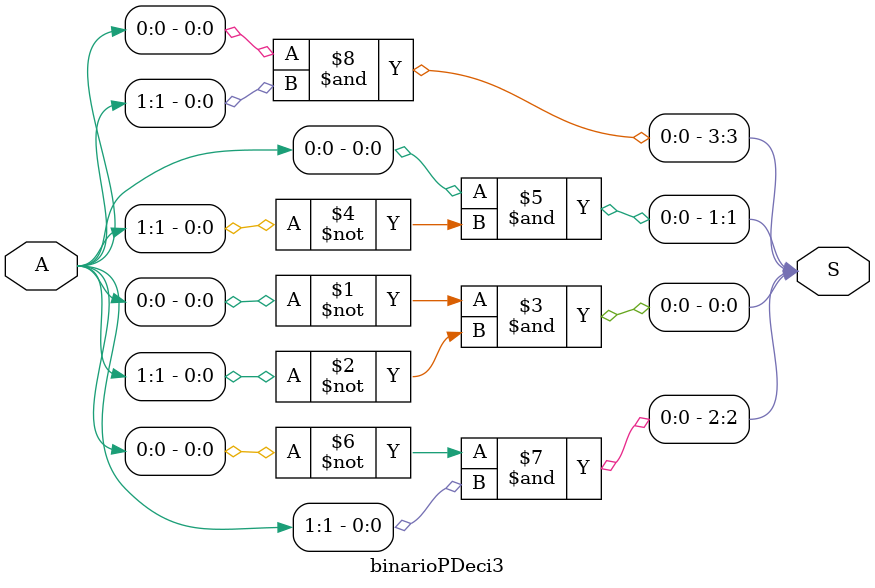
<source format=v>
module binarioPDeci3(A, S);

	input [1:0]A;
	output [3:0]S;
	
	and(S[0], ~A[0], ~A[1]);
	and(S[1], A[0], ~A[1]);
	and(S[2], ~A[0], A[1]);
	and(S[3], A[0], A[1]);
	
endmodule
</source>
